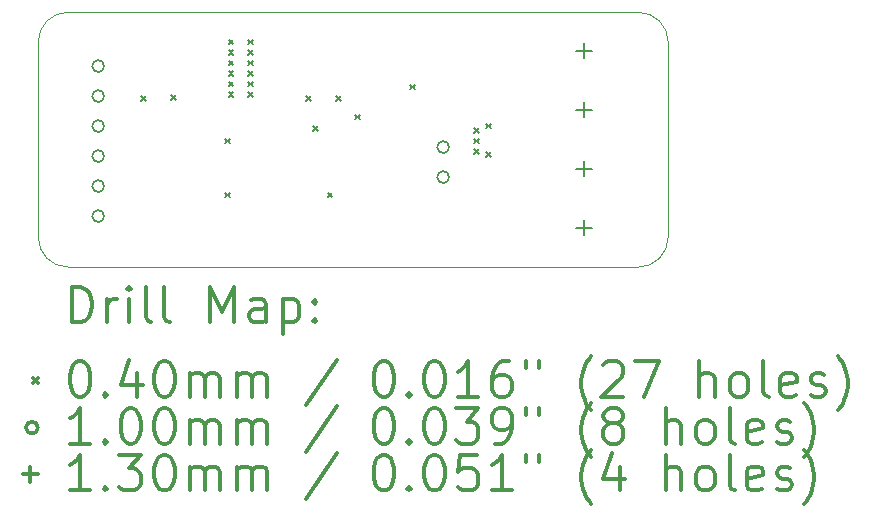
<source format=gbr>
%FSLAX45Y45*%
G04 Gerber Fmt 4.5, Leading zero omitted, Abs format (unit mm)*
G04 Created by KiCad (PCBNEW (5.1.0-1220-ga833aeeac)) date 2019-07-18 01:02:32*
%MOMM*%
%LPD*%
G04 APERTURE LIST*
%ADD10C,0.050000*%
%ADD11C,0.200000*%
%ADD12C,0.300000*%
G04 APERTURE END LIST*
D10*
X7804000Y-6153000D02*
G75*
G02X7550000Y-6407000I-254000J0D01*
G01*
X7550000Y-4248000D02*
G75*
G02X7804000Y-4502000I0J-254000D01*
G01*
X2724000Y-6407000D02*
G75*
G02X2470000Y-6153000I0J254000D01*
G01*
X2470000Y-4502000D02*
G75*
G02X2724000Y-4248000I254000J0D01*
G01*
X7550000Y-4248000D02*
X2724000Y-4248000D01*
X7804000Y-6153000D02*
X7804000Y-4502000D01*
X2724000Y-6407000D02*
X7550000Y-6407000D01*
X2470000Y-4502000D02*
X2470000Y-6153000D01*
D11*
X3339000Y-4958250D02*
X3379000Y-4998250D01*
X3379000Y-4958250D02*
X3339000Y-4998250D01*
X3593000Y-4951900D02*
X3633000Y-4991900D01*
X3633000Y-4951900D02*
X3593000Y-4991900D01*
X4050200Y-5320200D02*
X4090200Y-5360200D01*
X4090200Y-5320200D02*
X4050200Y-5360200D01*
X4050200Y-5777400D02*
X4090200Y-5817400D01*
X4090200Y-5777400D02*
X4050200Y-5817400D01*
X4081950Y-4482000D02*
X4121950Y-4522000D01*
X4121950Y-4482000D02*
X4081950Y-4522000D01*
X4081950Y-4570900D02*
X4121950Y-4610900D01*
X4121950Y-4570900D02*
X4081950Y-4610900D01*
X4081950Y-4659800D02*
X4121950Y-4699800D01*
X4121950Y-4659800D02*
X4081950Y-4699800D01*
X4081950Y-4748700D02*
X4121950Y-4788700D01*
X4121950Y-4748700D02*
X4081950Y-4788700D01*
X4081950Y-4837600D02*
X4121950Y-4877600D01*
X4121950Y-4837600D02*
X4081950Y-4877600D01*
X4081950Y-4926500D02*
X4121950Y-4966500D01*
X4121950Y-4926500D02*
X4081950Y-4966500D01*
X4247050Y-4482000D02*
X4287050Y-4522000D01*
X4287050Y-4482000D02*
X4247050Y-4522000D01*
X4247050Y-4570900D02*
X4287050Y-4610900D01*
X4287050Y-4570900D02*
X4247050Y-4610900D01*
X4247050Y-4659800D02*
X4287050Y-4699800D01*
X4287050Y-4659800D02*
X4247050Y-4699800D01*
X4247050Y-4748700D02*
X4287050Y-4788700D01*
X4287050Y-4748700D02*
X4247050Y-4788700D01*
X4247050Y-4837600D02*
X4287050Y-4877600D01*
X4287050Y-4837600D02*
X4247050Y-4877600D01*
X4247050Y-4926500D02*
X4287050Y-4966500D01*
X4287050Y-4926500D02*
X4247050Y-4966500D01*
X4736000Y-4958250D02*
X4776000Y-4998250D01*
X4776000Y-4958250D02*
X4736000Y-4998250D01*
X4799500Y-5212250D02*
X4839500Y-5252250D01*
X4839500Y-5212250D02*
X4799500Y-5252250D01*
X4920149Y-5777400D02*
X4960149Y-5817400D01*
X4960149Y-5777400D02*
X4920149Y-5817400D01*
X4990000Y-4958250D02*
X5030000Y-4998250D01*
X5030000Y-4958250D02*
X4990000Y-4998250D01*
X5155100Y-5117000D02*
X5195100Y-5157000D01*
X5195100Y-5117000D02*
X5155100Y-5157000D01*
X5618650Y-4863001D02*
X5658650Y-4903001D01*
X5658650Y-4863001D02*
X5618650Y-4903001D01*
X6158400Y-5231300D02*
X6198400Y-5271300D01*
X6198400Y-5231300D02*
X6158400Y-5271300D01*
X6158400Y-5320200D02*
X6198400Y-5360200D01*
X6198400Y-5320200D02*
X6158400Y-5360200D01*
X6158400Y-5409100D02*
X6198400Y-5449100D01*
X6198400Y-5409100D02*
X6158400Y-5449100D01*
X6260000Y-5193200D02*
X6300000Y-5233200D01*
X6300000Y-5193200D02*
X6260000Y-5233200D01*
X6260000Y-5434500D02*
X6300000Y-5474500D01*
X6300000Y-5434500D02*
X6260000Y-5474500D01*
X3028000Y-4705200D02*
G75*
G03X3028000Y-4705200I-50000J0D01*
G01*
X3028000Y-4959200D02*
G75*
G03X3028000Y-4959200I-50000J0D01*
G01*
X3028000Y-5213200D02*
G75*
G03X3028000Y-5213200I-50000J0D01*
G01*
X3028000Y-5467200D02*
G75*
G03X3028000Y-5467200I-50000J0D01*
G01*
X3028000Y-5721200D02*
G75*
G03X3028000Y-5721200I-50000J0D01*
G01*
X3028000Y-5975200D02*
G75*
G03X3028000Y-5975200I-50000J0D01*
G01*
X5949000Y-5391000D02*
G75*
G03X5949000Y-5391000I-50000J0D01*
G01*
X5949000Y-5645000D02*
G75*
G03X5949000Y-5645000I-50000J0D01*
G01*
X7090500Y-5509000D02*
X7090500Y-5639000D01*
X7025500Y-5574000D02*
X7155500Y-5574000D01*
X7090500Y-6009000D02*
X7090500Y-6139000D01*
X7025500Y-6074000D02*
X7155500Y-6074000D01*
X7090500Y-4509000D02*
X7090500Y-4639000D01*
X7025500Y-4574000D02*
X7155500Y-4574000D01*
X7090500Y-5009000D02*
X7090500Y-5139000D01*
X7025500Y-5074000D02*
X7155500Y-5074000D01*
D12*
X2753928Y-6875214D02*
X2753928Y-6575214D01*
X2825357Y-6575214D01*
X2868214Y-6589500D01*
X2896786Y-6618071D01*
X2911071Y-6646643D01*
X2925357Y-6703786D01*
X2925357Y-6746643D01*
X2911071Y-6803786D01*
X2896786Y-6832357D01*
X2868214Y-6860929D01*
X2825357Y-6875214D01*
X2753928Y-6875214D01*
X3053928Y-6875214D02*
X3053928Y-6675214D01*
X3053928Y-6732357D02*
X3068214Y-6703786D01*
X3082500Y-6689500D01*
X3111071Y-6675214D01*
X3139643Y-6675214D01*
X3239643Y-6875214D02*
X3239643Y-6675214D01*
X3239643Y-6575214D02*
X3225357Y-6589500D01*
X3239643Y-6603786D01*
X3253928Y-6589500D01*
X3239643Y-6575214D01*
X3239643Y-6603786D01*
X3425357Y-6875214D02*
X3396786Y-6860929D01*
X3382500Y-6832357D01*
X3382500Y-6575214D01*
X3582500Y-6875214D02*
X3553928Y-6860929D01*
X3539643Y-6832357D01*
X3539643Y-6575214D01*
X3925357Y-6875214D02*
X3925357Y-6575214D01*
X4025357Y-6789500D01*
X4125357Y-6575214D01*
X4125357Y-6875214D01*
X4396786Y-6875214D02*
X4396786Y-6718071D01*
X4382500Y-6689500D01*
X4353928Y-6675214D01*
X4296786Y-6675214D01*
X4268214Y-6689500D01*
X4396786Y-6860929D02*
X4368214Y-6875214D01*
X4296786Y-6875214D01*
X4268214Y-6860929D01*
X4253928Y-6832357D01*
X4253928Y-6803786D01*
X4268214Y-6775214D01*
X4296786Y-6760929D01*
X4368214Y-6760929D01*
X4396786Y-6746643D01*
X4539643Y-6675214D02*
X4539643Y-6975214D01*
X4539643Y-6689500D02*
X4568214Y-6675214D01*
X4625357Y-6675214D01*
X4653928Y-6689500D01*
X4668214Y-6703786D01*
X4682500Y-6732357D01*
X4682500Y-6818071D01*
X4668214Y-6846643D01*
X4653928Y-6860929D01*
X4625357Y-6875214D01*
X4568214Y-6875214D01*
X4539643Y-6860929D01*
X4811071Y-6846643D02*
X4825357Y-6860929D01*
X4811071Y-6875214D01*
X4796786Y-6860929D01*
X4811071Y-6846643D01*
X4811071Y-6875214D01*
X4811071Y-6689500D02*
X4825357Y-6703786D01*
X4811071Y-6718071D01*
X4796786Y-6703786D01*
X4811071Y-6689500D01*
X4811071Y-6718071D01*
X2427500Y-7349500D02*
X2467500Y-7389500D01*
X2467500Y-7349500D02*
X2427500Y-7389500D01*
X2811071Y-7205214D02*
X2839643Y-7205214D01*
X2868214Y-7219500D01*
X2882500Y-7233786D01*
X2896786Y-7262357D01*
X2911071Y-7319500D01*
X2911071Y-7390929D01*
X2896786Y-7448071D01*
X2882500Y-7476643D01*
X2868214Y-7490929D01*
X2839643Y-7505214D01*
X2811071Y-7505214D01*
X2782500Y-7490929D01*
X2768214Y-7476643D01*
X2753928Y-7448071D01*
X2739643Y-7390929D01*
X2739643Y-7319500D01*
X2753928Y-7262357D01*
X2768214Y-7233786D01*
X2782500Y-7219500D01*
X2811071Y-7205214D01*
X3039643Y-7476643D02*
X3053928Y-7490929D01*
X3039643Y-7505214D01*
X3025357Y-7490929D01*
X3039643Y-7476643D01*
X3039643Y-7505214D01*
X3311071Y-7305214D02*
X3311071Y-7505214D01*
X3239643Y-7190929D02*
X3168214Y-7405214D01*
X3353928Y-7405214D01*
X3525357Y-7205214D02*
X3553928Y-7205214D01*
X3582500Y-7219500D01*
X3596786Y-7233786D01*
X3611071Y-7262357D01*
X3625357Y-7319500D01*
X3625357Y-7390929D01*
X3611071Y-7448071D01*
X3596786Y-7476643D01*
X3582500Y-7490929D01*
X3553928Y-7505214D01*
X3525357Y-7505214D01*
X3496786Y-7490929D01*
X3482500Y-7476643D01*
X3468214Y-7448071D01*
X3453928Y-7390929D01*
X3453928Y-7319500D01*
X3468214Y-7262357D01*
X3482500Y-7233786D01*
X3496786Y-7219500D01*
X3525357Y-7205214D01*
X3753928Y-7505214D02*
X3753928Y-7305214D01*
X3753928Y-7333786D02*
X3768214Y-7319500D01*
X3796786Y-7305214D01*
X3839643Y-7305214D01*
X3868214Y-7319500D01*
X3882500Y-7348071D01*
X3882500Y-7505214D01*
X3882500Y-7348071D02*
X3896786Y-7319500D01*
X3925357Y-7305214D01*
X3968214Y-7305214D01*
X3996786Y-7319500D01*
X4011071Y-7348071D01*
X4011071Y-7505214D01*
X4153928Y-7505214D02*
X4153928Y-7305214D01*
X4153928Y-7333786D02*
X4168214Y-7319500D01*
X4196786Y-7305214D01*
X4239643Y-7305214D01*
X4268214Y-7319500D01*
X4282500Y-7348071D01*
X4282500Y-7505214D01*
X4282500Y-7348071D02*
X4296786Y-7319500D01*
X4325357Y-7305214D01*
X4368214Y-7305214D01*
X4396786Y-7319500D01*
X4411071Y-7348071D01*
X4411071Y-7505214D01*
X4996786Y-7190929D02*
X4739643Y-7576643D01*
X5382500Y-7205214D02*
X5411071Y-7205214D01*
X5439643Y-7219500D01*
X5453928Y-7233786D01*
X5468214Y-7262357D01*
X5482500Y-7319500D01*
X5482500Y-7390929D01*
X5468214Y-7448071D01*
X5453928Y-7476643D01*
X5439643Y-7490929D01*
X5411071Y-7505214D01*
X5382500Y-7505214D01*
X5353928Y-7490929D01*
X5339643Y-7476643D01*
X5325357Y-7448071D01*
X5311071Y-7390929D01*
X5311071Y-7319500D01*
X5325357Y-7262357D01*
X5339643Y-7233786D01*
X5353928Y-7219500D01*
X5382500Y-7205214D01*
X5611071Y-7476643D02*
X5625357Y-7490929D01*
X5611071Y-7505214D01*
X5596786Y-7490929D01*
X5611071Y-7476643D01*
X5611071Y-7505214D01*
X5811071Y-7205214D02*
X5839643Y-7205214D01*
X5868214Y-7219500D01*
X5882500Y-7233786D01*
X5896786Y-7262357D01*
X5911071Y-7319500D01*
X5911071Y-7390929D01*
X5896786Y-7448071D01*
X5882500Y-7476643D01*
X5868214Y-7490929D01*
X5839643Y-7505214D01*
X5811071Y-7505214D01*
X5782500Y-7490929D01*
X5768214Y-7476643D01*
X5753928Y-7448071D01*
X5739643Y-7390929D01*
X5739643Y-7319500D01*
X5753928Y-7262357D01*
X5768214Y-7233786D01*
X5782500Y-7219500D01*
X5811071Y-7205214D01*
X6196786Y-7505214D02*
X6025357Y-7505214D01*
X6111071Y-7505214D02*
X6111071Y-7205214D01*
X6082500Y-7248071D01*
X6053928Y-7276643D01*
X6025357Y-7290929D01*
X6453928Y-7205214D02*
X6396786Y-7205214D01*
X6368214Y-7219500D01*
X6353928Y-7233786D01*
X6325357Y-7276643D01*
X6311071Y-7333786D01*
X6311071Y-7448071D01*
X6325357Y-7476643D01*
X6339643Y-7490929D01*
X6368214Y-7505214D01*
X6425357Y-7505214D01*
X6453928Y-7490929D01*
X6468214Y-7476643D01*
X6482500Y-7448071D01*
X6482500Y-7376643D01*
X6468214Y-7348071D01*
X6453928Y-7333786D01*
X6425357Y-7319500D01*
X6368214Y-7319500D01*
X6339643Y-7333786D01*
X6325357Y-7348071D01*
X6311071Y-7376643D01*
X6596786Y-7205214D02*
X6596786Y-7262357D01*
X6711071Y-7205214D02*
X6711071Y-7262357D01*
X7153928Y-7619500D02*
X7139643Y-7605214D01*
X7111071Y-7562357D01*
X7096786Y-7533786D01*
X7082500Y-7490929D01*
X7068214Y-7419500D01*
X7068214Y-7362357D01*
X7082500Y-7290929D01*
X7096786Y-7248071D01*
X7111071Y-7219500D01*
X7139643Y-7176643D01*
X7153928Y-7162357D01*
X7253928Y-7233786D02*
X7268214Y-7219500D01*
X7296786Y-7205214D01*
X7368214Y-7205214D01*
X7396786Y-7219500D01*
X7411071Y-7233786D01*
X7425357Y-7262357D01*
X7425357Y-7290929D01*
X7411071Y-7333786D01*
X7239643Y-7505214D01*
X7425357Y-7505214D01*
X7525357Y-7205214D02*
X7725357Y-7205214D01*
X7596786Y-7505214D01*
X8068214Y-7505214D02*
X8068214Y-7205214D01*
X8196786Y-7505214D02*
X8196786Y-7348071D01*
X8182500Y-7319500D01*
X8153928Y-7305214D01*
X8111071Y-7305214D01*
X8082500Y-7319500D01*
X8068214Y-7333786D01*
X8382500Y-7505214D02*
X8353928Y-7490929D01*
X8339643Y-7476643D01*
X8325357Y-7448071D01*
X8325357Y-7362357D01*
X8339643Y-7333786D01*
X8353928Y-7319500D01*
X8382500Y-7305214D01*
X8425357Y-7305214D01*
X8453928Y-7319500D01*
X8468214Y-7333786D01*
X8482500Y-7362357D01*
X8482500Y-7448071D01*
X8468214Y-7476643D01*
X8453928Y-7490929D01*
X8425357Y-7505214D01*
X8382500Y-7505214D01*
X8653928Y-7505214D02*
X8625357Y-7490929D01*
X8611071Y-7462357D01*
X8611071Y-7205214D01*
X8882500Y-7490929D02*
X8853928Y-7505214D01*
X8796786Y-7505214D01*
X8768214Y-7490929D01*
X8753928Y-7462357D01*
X8753928Y-7348071D01*
X8768214Y-7319500D01*
X8796786Y-7305214D01*
X8853928Y-7305214D01*
X8882500Y-7319500D01*
X8896786Y-7348071D01*
X8896786Y-7376643D01*
X8753928Y-7405214D01*
X9011071Y-7490929D02*
X9039643Y-7505214D01*
X9096786Y-7505214D01*
X9125357Y-7490929D01*
X9139643Y-7462357D01*
X9139643Y-7448071D01*
X9125357Y-7419500D01*
X9096786Y-7405214D01*
X9053928Y-7405214D01*
X9025357Y-7390929D01*
X9011071Y-7362357D01*
X9011071Y-7348071D01*
X9025357Y-7319500D01*
X9053928Y-7305214D01*
X9096786Y-7305214D01*
X9125357Y-7319500D01*
X9239643Y-7619500D02*
X9253928Y-7605214D01*
X9282500Y-7562357D01*
X9296786Y-7533786D01*
X9311071Y-7490929D01*
X9325357Y-7419500D01*
X9325357Y-7362357D01*
X9311071Y-7290929D01*
X9296786Y-7248071D01*
X9282500Y-7219500D01*
X9253928Y-7176643D01*
X9239643Y-7162357D01*
X2467500Y-7765500D02*
G75*
G03X2467500Y-7765500I-50000J0D01*
G01*
X2911071Y-7901214D02*
X2739643Y-7901214D01*
X2825357Y-7901214D02*
X2825357Y-7601214D01*
X2796786Y-7644071D01*
X2768214Y-7672643D01*
X2739643Y-7686929D01*
X3039643Y-7872643D02*
X3053928Y-7886929D01*
X3039643Y-7901214D01*
X3025357Y-7886929D01*
X3039643Y-7872643D01*
X3039643Y-7901214D01*
X3239643Y-7601214D02*
X3268214Y-7601214D01*
X3296786Y-7615500D01*
X3311071Y-7629786D01*
X3325357Y-7658357D01*
X3339643Y-7715500D01*
X3339643Y-7786929D01*
X3325357Y-7844071D01*
X3311071Y-7872643D01*
X3296786Y-7886929D01*
X3268214Y-7901214D01*
X3239643Y-7901214D01*
X3211071Y-7886929D01*
X3196786Y-7872643D01*
X3182500Y-7844071D01*
X3168214Y-7786929D01*
X3168214Y-7715500D01*
X3182500Y-7658357D01*
X3196786Y-7629786D01*
X3211071Y-7615500D01*
X3239643Y-7601214D01*
X3525357Y-7601214D02*
X3553928Y-7601214D01*
X3582500Y-7615500D01*
X3596786Y-7629786D01*
X3611071Y-7658357D01*
X3625357Y-7715500D01*
X3625357Y-7786929D01*
X3611071Y-7844071D01*
X3596786Y-7872643D01*
X3582500Y-7886929D01*
X3553928Y-7901214D01*
X3525357Y-7901214D01*
X3496786Y-7886929D01*
X3482500Y-7872643D01*
X3468214Y-7844071D01*
X3453928Y-7786929D01*
X3453928Y-7715500D01*
X3468214Y-7658357D01*
X3482500Y-7629786D01*
X3496786Y-7615500D01*
X3525357Y-7601214D01*
X3753928Y-7901214D02*
X3753928Y-7701214D01*
X3753928Y-7729786D02*
X3768214Y-7715500D01*
X3796786Y-7701214D01*
X3839643Y-7701214D01*
X3868214Y-7715500D01*
X3882500Y-7744071D01*
X3882500Y-7901214D01*
X3882500Y-7744071D02*
X3896786Y-7715500D01*
X3925357Y-7701214D01*
X3968214Y-7701214D01*
X3996786Y-7715500D01*
X4011071Y-7744071D01*
X4011071Y-7901214D01*
X4153928Y-7901214D02*
X4153928Y-7701214D01*
X4153928Y-7729786D02*
X4168214Y-7715500D01*
X4196786Y-7701214D01*
X4239643Y-7701214D01*
X4268214Y-7715500D01*
X4282500Y-7744071D01*
X4282500Y-7901214D01*
X4282500Y-7744071D02*
X4296786Y-7715500D01*
X4325357Y-7701214D01*
X4368214Y-7701214D01*
X4396786Y-7715500D01*
X4411071Y-7744071D01*
X4411071Y-7901214D01*
X4996786Y-7586929D02*
X4739643Y-7972643D01*
X5382500Y-7601214D02*
X5411071Y-7601214D01*
X5439643Y-7615500D01*
X5453928Y-7629786D01*
X5468214Y-7658357D01*
X5482500Y-7715500D01*
X5482500Y-7786929D01*
X5468214Y-7844071D01*
X5453928Y-7872643D01*
X5439643Y-7886929D01*
X5411071Y-7901214D01*
X5382500Y-7901214D01*
X5353928Y-7886929D01*
X5339643Y-7872643D01*
X5325357Y-7844071D01*
X5311071Y-7786929D01*
X5311071Y-7715500D01*
X5325357Y-7658357D01*
X5339643Y-7629786D01*
X5353928Y-7615500D01*
X5382500Y-7601214D01*
X5611071Y-7872643D02*
X5625357Y-7886929D01*
X5611071Y-7901214D01*
X5596786Y-7886929D01*
X5611071Y-7872643D01*
X5611071Y-7901214D01*
X5811071Y-7601214D02*
X5839643Y-7601214D01*
X5868214Y-7615500D01*
X5882500Y-7629786D01*
X5896786Y-7658357D01*
X5911071Y-7715500D01*
X5911071Y-7786929D01*
X5896786Y-7844071D01*
X5882500Y-7872643D01*
X5868214Y-7886929D01*
X5839643Y-7901214D01*
X5811071Y-7901214D01*
X5782500Y-7886929D01*
X5768214Y-7872643D01*
X5753928Y-7844071D01*
X5739643Y-7786929D01*
X5739643Y-7715500D01*
X5753928Y-7658357D01*
X5768214Y-7629786D01*
X5782500Y-7615500D01*
X5811071Y-7601214D01*
X6011071Y-7601214D02*
X6196786Y-7601214D01*
X6096786Y-7715500D01*
X6139643Y-7715500D01*
X6168214Y-7729786D01*
X6182500Y-7744071D01*
X6196786Y-7772643D01*
X6196786Y-7844071D01*
X6182500Y-7872643D01*
X6168214Y-7886929D01*
X6139643Y-7901214D01*
X6053928Y-7901214D01*
X6025357Y-7886929D01*
X6011071Y-7872643D01*
X6339643Y-7901214D02*
X6396786Y-7901214D01*
X6425357Y-7886929D01*
X6439643Y-7872643D01*
X6468214Y-7829786D01*
X6482500Y-7772643D01*
X6482500Y-7658357D01*
X6468214Y-7629786D01*
X6453928Y-7615500D01*
X6425357Y-7601214D01*
X6368214Y-7601214D01*
X6339643Y-7615500D01*
X6325357Y-7629786D01*
X6311071Y-7658357D01*
X6311071Y-7729786D01*
X6325357Y-7758357D01*
X6339643Y-7772643D01*
X6368214Y-7786929D01*
X6425357Y-7786929D01*
X6453928Y-7772643D01*
X6468214Y-7758357D01*
X6482500Y-7729786D01*
X6596786Y-7601214D02*
X6596786Y-7658357D01*
X6711071Y-7601214D02*
X6711071Y-7658357D01*
X7153928Y-8015500D02*
X7139643Y-8001214D01*
X7111071Y-7958357D01*
X7096786Y-7929786D01*
X7082500Y-7886929D01*
X7068214Y-7815500D01*
X7068214Y-7758357D01*
X7082500Y-7686929D01*
X7096786Y-7644071D01*
X7111071Y-7615500D01*
X7139643Y-7572643D01*
X7153928Y-7558357D01*
X7311071Y-7729786D02*
X7282500Y-7715500D01*
X7268214Y-7701214D01*
X7253928Y-7672643D01*
X7253928Y-7658357D01*
X7268214Y-7629786D01*
X7282500Y-7615500D01*
X7311071Y-7601214D01*
X7368214Y-7601214D01*
X7396786Y-7615500D01*
X7411071Y-7629786D01*
X7425357Y-7658357D01*
X7425357Y-7672643D01*
X7411071Y-7701214D01*
X7396786Y-7715500D01*
X7368214Y-7729786D01*
X7311071Y-7729786D01*
X7282500Y-7744071D01*
X7268214Y-7758357D01*
X7253928Y-7786929D01*
X7253928Y-7844071D01*
X7268214Y-7872643D01*
X7282500Y-7886929D01*
X7311071Y-7901214D01*
X7368214Y-7901214D01*
X7396786Y-7886929D01*
X7411071Y-7872643D01*
X7425357Y-7844071D01*
X7425357Y-7786929D01*
X7411071Y-7758357D01*
X7396786Y-7744071D01*
X7368214Y-7729786D01*
X7782500Y-7901214D02*
X7782500Y-7601214D01*
X7911071Y-7901214D02*
X7911071Y-7744071D01*
X7896786Y-7715500D01*
X7868214Y-7701214D01*
X7825357Y-7701214D01*
X7796786Y-7715500D01*
X7782500Y-7729786D01*
X8096786Y-7901214D02*
X8068214Y-7886929D01*
X8053928Y-7872643D01*
X8039643Y-7844071D01*
X8039643Y-7758357D01*
X8053928Y-7729786D01*
X8068214Y-7715500D01*
X8096786Y-7701214D01*
X8139643Y-7701214D01*
X8168214Y-7715500D01*
X8182500Y-7729786D01*
X8196786Y-7758357D01*
X8196786Y-7844071D01*
X8182500Y-7872643D01*
X8168214Y-7886929D01*
X8139643Y-7901214D01*
X8096786Y-7901214D01*
X8368214Y-7901214D02*
X8339643Y-7886929D01*
X8325357Y-7858357D01*
X8325357Y-7601214D01*
X8596786Y-7886929D02*
X8568214Y-7901214D01*
X8511071Y-7901214D01*
X8482500Y-7886929D01*
X8468214Y-7858357D01*
X8468214Y-7744071D01*
X8482500Y-7715500D01*
X8511071Y-7701214D01*
X8568214Y-7701214D01*
X8596786Y-7715500D01*
X8611071Y-7744071D01*
X8611071Y-7772643D01*
X8468214Y-7801214D01*
X8725357Y-7886929D02*
X8753928Y-7901214D01*
X8811071Y-7901214D01*
X8839643Y-7886929D01*
X8853928Y-7858357D01*
X8853928Y-7844071D01*
X8839643Y-7815500D01*
X8811071Y-7801214D01*
X8768214Y-7801214D01*
X8739643Y-7786929D01*
X8725357Y-7758357D01*
X8725357Y-7744071D01*
X8739643Y-7715500D01*
X8768214Y-7701214D01*
X8811071Y-7701214D01*
X8839643Y-7715500D01*
X8953928Y-8015500D02*
X8968214Y-8001214D01*
X8996786Y-7958357D01*
X9011071Y-7929786D01*
X9025357Y-7886929D01*
X9039643Y-7815500D01*
X9039643Y-7758357D01*
X9025357Y-7686929D01*
X9011071Y-7644071D01*
X8996786Y-7615500D01*
X8968214Y-7572643D01*
X8953928Y-7558357D01*
X2402500Y-8096500D02*
X2402500Y-8226500D01*
X2337500Y-8161500D02*
X2467500Y-8161500D01*
X2911071Y-8297214D02*
X2739643Y-8297214D01*
X2825357Y-8297214D02*
X2825357Y-7997214D01*
X2796786Y-8040071D01*
X2768214Y-8068643D01*
X2739643Y-8082929D01*
X3039643Y-8268643D02*
X3053928Y-8282929D01*
X3039643Y-8297214D01*
X3025357Y-8282929D01*
X3039643Y-8268643D01*
X3039643Y-8297214D01*
X3153928Y-7997214D02*
X3339643Y-7997214D01*
X3239643Y-8111500D01*
X3282500Y-8111500D01*
X3311071Y-8125786D01*
X3325357Y-8140071D01*
X3339643Y-8168643D01*
X3339643Y-8240071D01*
X3325357Y-8268643D01*
X3311071Y-8282929D01*
X3282500Y-8297214D01*
X3196786Y-8297214D01*
X3168214Y-8282929D01*
X3153928Y-8268643D01*
X3525357Y-7997214D02*
X3553928Y-7997214D01*
X3582500Y-8011500D01*
X3596786Y-8025786D01*
X3611071Y-8054357D01*
X3625357Y-8111500D01*
X3625357Y-8182929D01*
X3611071Y-8240071D01*
X3596786Y-8268643D01*
X3582500Y-8282929D01*
X3553928Y-8297214D01*
X3525357Y-8297214D01*
X3496786Y-8282929D01*
X3482500Y-8268643D01*
X3468214Y-8240071D01*
X3453928Y-8182929D01*
X3453928Y-8111500D01*
X3468214Y-8054357D01*
X3482500Y-8025786D01*
X3496786Y-8011500D01*
X3525357Y-7997214D01*
X3753928Y-8297214D02*
X3753928Y-8097214D01*
X3753928Y-8125786D02*
X3768214Y-8111500D01*
X3796786Y-8097214D01*
X3839643Y-8097214D01*
X3868214Y-8111500D01*
X3882500Y-8140071D01*
X3882500Y-8297214D01*
X3882500Y-8140071D02*
X3896786Y-8111500D01*
X3925357Y-8097214D01*
X3968214Y-8097214D01*
X3996786Y-8111500D01*
X4011071Y-8140071D01*
X4011071Y-8297214D01*
X4153928Y-8297214D02*
X4153928Y-8097214D01*
X4153928Y-8125786D02*
X4168214Y-8111500D01*
X4196786Y-8097214D01*
X4239643Y-8097214D01*
X4268214Y-8111500D01*
X4282500Y-8140071D01*
X4282500Y-8297214D01*
X4282500Y-8140071D02*
X4296786Y-8111500D01*
X4325357Y-8097214D01*
X4368214Y-8097214D01*
X4396786Y-8111500D01*
X4411071Y-8140071D01*
X4411071Y-8297214D01*
X4996786Y-7982929D02*
X4739643Y-8368643D01*
X5382500Y-7997214D02*
X5411071Y-7997214D01*
X5439643Y-8011500D01*
X5453928Y-8025786D01*
X5468214Y-8054357D01*
X5482500Y-8111500D01*
X5482500Y-8182929D01*
X5468214Y-8240071D01*
X5453928Y-8268643D01*
X5439643Y-8282929D01*
X5411071Y-8297214D01*
X5382500Y-8297214D01*
X5353928Y-8282929D01*
X5339643Y-8268643D01*
X5325357Y-8240071D01*
X5311071Y-8182929D01*
X5311071Y-8111500D01*
X5325357Y-8054357D01*
X5339643Y-8025786D01*
X5353928Y-8011500D01*
X5382500Y-7997214D01*
X5611071Y-8268643D02*
X5625357Y-8282929D01*
X5611071Y-8297214D01*
X5596786Y-8282929D01*
X5611071Y-8268643D01*
X5611071Y-8297214D01*
X5811071Y-7997214D02*
X5839643Y-7997214D01*
X5868214Y-8011500D01*
X5882500Y-8025786D01*
X5896786Y-8054357D01*
X5911071Y-8111500D01*
X5911071Y-8182929D01*
X5896786Y-8240071D01*
X5882500Y-8268643D01*
X5868214Y-8282929D01*
X5839643Y-8297214D01*
X5811071Y-8297214D01*
X5782500Y-8282929D01*
X5768214Y-8268643D01*
X5753928Y-8240071D01*
X5739643Y-8182929D01*
X5739643Y-8111500D01*
X5753928Y-8054357D01*
X5768214Y-8025786D01*
X5782500Y-8011500D01*
X5811071Y-7997214D01*
X6182500Y-7997214D02*
X6039643Y-7997214D01*
X6025357Y-8140071D01*
X6039643Y-8125786D01*
X6068214Y-8111500D01*
X6139643Y-8111500D01*
X6168214Y-8125786D01*
X6182500Y-8140071D01*
X6196786Y-8168643D01*
X6196786Y-8240071D01*
X6182500Y-8268643D01*
X6168214Y-8282929D01*
X6139643Y-8297214D01*
X6068214Y-8297214D01*
X6039643Y-8282929D01*
X6025357Y-8268643D01*
X6482500Y-8297214D02*
X6311071Y-8297214D01*
X6396786Y-8297214D02*
X6396786Y-7997214D01*
X6368214Y-8040071D01*
X6339643Y-8068643D01*
X6311071Y-8082929D01*
X6596786Y-7997214D02*
X6596786Y-8054357D01*
X6711071Y-7997214D02*
X6711071Y-8054357D01*
X7153928Y-8411500D02*
X7139643Y-8397214D01*
X7111071Y-8354357D01*
X7096786Y-8325786D01*
X7082500Y-8282929D01*
X7068214Y-8211500D01*
X7068214Y-8154357D01*
X7082500Y-8082929D01*
X7096786Y-8040071D01*
X7111071Y-8011500D01*
X7139643Y-7968643D01*
X7153928Y-7954357D01*
X7396786Y-8097214D02*
X7396786Y-8297214D01*
X7325357Y-7982929D02*
X7253928Y-8197214D01*
X7439643Y-8197214D01*
X7782500Y-8297214D02*
X7782500Y-7997214D01*
X7911071Y-8297214D02*
X7911071Y-8140071D01*
X7896786Y-8111500D01*
X7868214Y-8097214D01*
X7825357Y-8097214D01*
X7796786Y-8111500D01*
X7782500Y-8125786D01*
X8096786Y-8297214D02*
X8068214Y-8282929D01*
X8053928Y-8268643D01*
X8039643Y-8240071D01*
X8039643Y-8154357D01*
X8053928Y-8125786D01*
X8068214Y-8111500D01*
X8096786Y-8097214D01*
X8139643Y-8097214D01*
X8168214Y-8111500D01*
X8182500Y-8125786D01*
X8196786Y-8154357D01*
X8196786Y-8240071D01*
X8182500Y-8268643D01*
X8168214Y-8282929D01*
X8139643Y-8297214D01*
X8096786Y-8297214D01*
X8368214Y-8297214D02*
X8339643Y-8282929D01*
X8325357Y-8254357D01*
X8325357Y-7997214D01*
X8596786Y-8282929D02*
X8568214Y-8297214D01*
X8511071Y-8297214D01*
X8482500Y-8282929D01*
X8468214Y-8254357D01*
X8468214Y-8140071D01*
X8482500Y-8111500D01*
X8511071Y-8097214D01*
X8568214Y-8097214D01*
X8596786Y-8111500D01*
X8611071Y-8140071D01*
X8611071Y-8168643D01*
X8468214Y-8197214D01*
X8725357Y-8282929D02*
X8753928Y-8297214D01*
X8811071Y-8297214D01*
X8839643Y-8282929D01*
X8853928Y-8254357D01*
X8853928Y-8240071D01*
X8839643Y-8211500D01*
X8811071Y-8197214D01*
X8768214Y-8197214D01*
X8739643Y-8182929D01*
X8725357Y-8154357D01*
X8725357Y-8140071D01*
X8739643Y-8111500D01*
X8768214Y-8097214D01*
X8811071Y-8097214D01*
X8839643Y-8111500D01*
X8953928Y-8411500D02*
X8968214Y-8397214D01*
X8996786Y-8354357D01*
X9011071Y-8325786D01*
X9025357Y-8282929D01*
X9039643Y-8211500D01*
X9039643Y-8154357D01*
X9025357Y-8082929D01*
X9011071Y-8040071D01*
X8996786Y-8011500D01*
X8968214Y-7968643D01*
X8953928Y-7954357D01*
M02*

</source>
